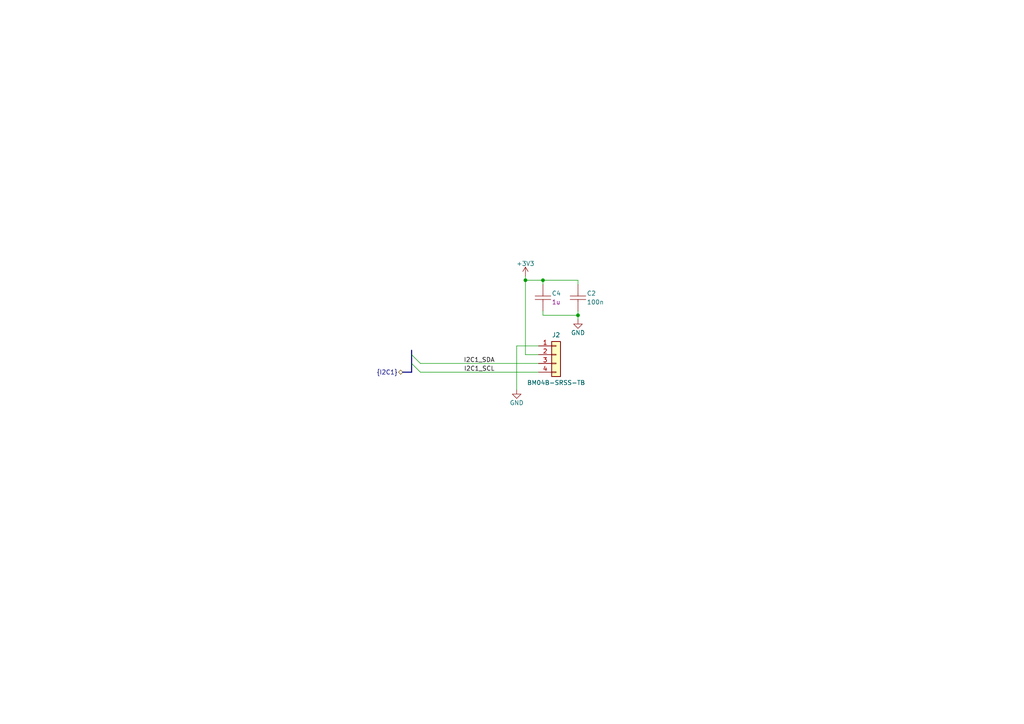
<source format=kicad_sch>
(kicad_sch (version 20231120) (generator "eeschema") (generator_version "8.0")
  (paper "A4")
  (title_block (title "Programmable Keyboard") (date "2024-04-09") (rev "2.1") (company "Kallio Designs Oy") (comment 1 "TL, NH") (comment 3 "PCB_PN"))
  (lib_symbols
    (symbol "KD_Capacitor:C_0603_100n_X7R_50V" (pin_numbers hide) (pin_names hide)
      (property "Reference" "C" (at 2.54 1.27 0))
      (property "Value" "100n" (at 2.54 -1.27 0))
      (symbol "C_0603_100n_X7R_50V_0_1"
        (polyline (pts (xy -2.286 -0.508) (xy 2.286 -0.508)))
        (polyline (pts (xy -2.286 0.508) (xy 2.286 0.508)))
        (polyline (pts (xy 0 -0.508) (xy 0 -1.016)))
        (polyline (pts (xy 0 0.508) (xy 0 1.016)))
      )
      (symbol "C_0603_100n_X7R_50V_1_1"
        (pin passive line (at 0 3.81 270) (length 2.794) (name "~") (number "1"))
        (pin passive line (at 0 -3.81 90) (length 2.794) (name "~") (number "2"))
      )
    )
    (symbol "KD_Capacitor:C_0805_1u_X7R_25V" (pin_numbers hide) (pin_names hide)
      (property "Reference" "C" (at 2.54 1.27 0))
      (property "Code" "1u" (at 2.54 -1.27 0))
      (symbol "C_0805_1u_X7R_25V_0_1"
        (polyline (pts (xy -2.286 -0.508) (xy 2.286 -0.508)))
        (polyline (pts (xy -2.286 0.508) (xy 2.286 0.508)))
        (polyline (pts (xy 0 -0.508) (xy 0 -1.016)))
        (polyline (pts (xy 0 0.508) (xy 0 1.016)))
      )
      (symbol "C_0805_1u_X7R_25V_1_1"
        (pin passive line (at 0 3.81 270) (length 2.794) (name "~") (number "1"))
        (pin passive line (at 0 -3.81 90) (length 2.794) (name "~") (number "2"))
      )
    )
    (symbol "KD_Connector_Rectangular:JST_PH_1X04_S4B-PH-SM4-TB" (pin_names hide)
      (property "Reference" "J" (at 5.08 3.175 0))
      (property "Value" "S4B-PH-SM4-TB" (at 5.08 -10.668 0))
      (symbol "JST_PH_1X04_S4B-PH-SM4-TB_1_1"
        (rectangle (start 3.81 -7.493) (end 5.08 -7.747) (stroke (width 0.1524)))
        (rectangle (start 3.81 -4.953) (end 5.08 -5.207) (stroke (width 0.1524)))
        (rectangle (start 3.81 -2.413) (end 5.08 -2.667) (stroke (width 0.1524)))
        (rectangle (start 3.81 0.127) (end 5.08 -0.127) (stroke (width 0.1524)))
        (rectangle (start 3.81 1.27) (end 6.35 -8.89) (stroke (width 0.254)) (fill (type background)))
        (pin passive line (at 0 0 0) (length 3.81) (name "Pin_1") (number "1"))
        (pin passive line (at 0 -2.54 0) (length 3.81) (name "Pin_2") (number "2"))
        (pin passive line (at 0 -5.08 0) (length 3.81) (name "Pin_3") (number "3"))
        (pin passive line (at 0 -7.62 0) (length 3.81) (name "Pin_4") (number "4"))
      )
    )
    (symbol "power:+3V3" (power) (pin_names (offset 0))
      (property "Value" "+3V3" (at 0 3.556 0))
      (symbol "+3V3_0_1"
        (polyline (pts (xy -0.762 1.27) (xy 0 2.54)))
        (polyline (pts (xy 0 0) (xy 0 2.54)))
        (polyline (pts (xy 0 2.54) (xy 0.762 1.27)))
      )
      (symbol "+3V3_1_1"
        (pin power_in line (at 0 0 90) (length 0) hide (name "+3V3") (number "1"))
      )
    )
    (symbol "power:GND" (power) (pin_names (offset 0))
      (property "Value" "GND" (at 0 -3.81 0))
      (symbol "GND_0_1"
        (polyline (pts (xy 0 0) (xy 0 -1.27) (xy 1.27 -1.27) (xy 0 -2.54) (xy -1.27 -1.27) (xy 0 -1.27)))
      )
      (symbol "GND_1_1"
        (pin power_in line (at 0 0 270) (length 0) hide (name "GND") (number "1"))
      )
    )
  )
  (junction (at 152.4 81.28))
  (junction (at 167.64 91.44))
  (junction (at 157.48 81.28))
  (bus_entry (at 121.92 105.41) (size -2.54 -2.54))
  (bus_entry (at 121.92 107.95) (size -2.54 -2.54))
  (wire (pts (xy 167.64 91.44) (xy 167.64 90.17)))
  (bus (pts (xy 119.38 102.87) (xy 119.38 105.41)))
  (wire (pts (xy 152.4 81.28) (xy 152.4 80.01)))
  (wire (pts (xy 167.64 82.55) (xy 167.64 81.28)))
  (wire (pts (xy 157.48 91.44) (xy 167.64 91.44)))
  (wire (pts (xy 152.4 81.28) (xy 157.48 81.28)))
  (wire (pts (xy 167.64 92.71) (xy 167.64 91.44)))
  (bus (pts (xy 119.38 101.6) (xy 119.38 102.87)))
  (bus (pts (xy 119.38 105.41) (xy 119.38 107.95)))
  (wire (pts (xy 152.4 102.87) (xy 152.4 81.28)))
  (wire (pts (xy 149.86 100.33) (xy 149.86 113.03)))
  (wire (pts (xy 121.92 107.95) (xy 156.21 107.95)))
  (wire (pts (xy 157.48 81.28) (xy 167.64 81.28)))
  (bus (pts (xy 116.84 107.95) (xy 119.38 107.95)))
  (wire (pts (xy 156.21 100.33) (xy 149.86 100.33)))
  (wire (pts (xy 121.92 105.41) (xy 156.21 105.41)))
  (wire (pts (xy 156.21 102.87) (xy 152.4 102.87)))
  (wire (pts (xy 157.48 82.55) (xy 157.48 81.28)))
  (wire (pts (xy 157.48 90.17) (xy 157.48 91.44)))
  (label "I2C1_SCL" (at 143.51 107.95 180))
  (label "I2C1_SDA" (at 143.51 105.41 180))
  (hierarchical_label "{I2C1}" (shape bidirectional) (at 116.84 107.95 180))
  (symbol (lib_id "power:GND") (at 167.64 92.71 0) (mirror y) (unit 1)
    (property "Reference" "#GND04" (effects (hide yes)))
    (property "Value" "GND" (at 167.64 96.52 0))
    (instances (project "000052 RCCON" (path "" (reference "#GND04") (unit 1))) (project "000018 PGKB" (path "" (reference "#GND012") (unit 1))))
  )
  (symbol (lib_id "power:GND") (at 149.86 113.03 0) (mirror y) (unit 1)
    (property "Reference" "#GND04" (effects (hide yes)))
    (property "Value" "GND" (at 149.86 116.84 0))
    (instances (project "000052 RCCON" (path "" (reference "#GND04") (unit 1))) (project "000018 PGKB" (path "" (reference "#GND011") (unit 1))))
  )
  (symbol (lib_id "KD_Connector_Rectangular:JST_PH_1X04_S4B-PH-SM4-TB") (at 156.21 100.33 0) (unit 1)
    (property "Reference" "J2" (at 161.29 97.155 0))
    (property "Value" "BM04B-SRSS-TB" (at 161.29 110.998 0))
    (property "Footprint" "KD_Connector_Rectangular:JST_PH_S4B-PH-SM4-TB_1x04-1MP_P2.00mm_Horizontal" (effects (hide yes)))
    (property "Datasheet" "https://www.jst-mfg.com/product/pdf/eng/ePH.pdf" (effects (hide yes)))
    (property "Manufacturer" "JST Sales America Inc." (effects (hide yes)))
    (property "MFG_PartNo" "S4B-PH-SM4-TB" (effects (hide yes)))
    (property "Supplier" "Digi-Key" (effects (hide yes)))
    (property "Supplier_PartNo" "455-S4B-PH-SM4-TBCT-ND" (effects (hide yes)))
    (property "DNP" "F" (effects (hide yes)))
    (property "Price" "0.7" (effects (hide yes)))
  )
  (symbol (lib_id "KD_Capacitor:C_0805_1u_X7R_25V") (at 157.48 86.36 0) (unit 1)
    (property "Reference" "C4" (at 160.02 85.09 0) (effects (justify left)))
    (property "Value" "1u" (effects (hide yes)))
    (property "Footprint" "KD_Capacitor:CAPC2012X135N" (effects (hide yes)))
    (property "Datasheet" "https://mm.digikey.com/Volume0/opasdata/d220001/medias/docus/1105/CL21B105KAFNNNE_Spec.pdf" (effects (hide yes)))
    (property "Code" "1u" (at 160.02 87.63 0) (effects (justify left)))
    (property "Manufacturer" "Samsung Electro-Mechanics" (effects (hide yes)))
    (property "MFG_PartNo" "CL21B105KAFNNNE" (effects (hide yes)))
    (property "Supplier" "Digi-Key" (effects (hide yes)))
    (property "Supplier_PartNo" "1276-1066-1-ND" (effects (hide yes)))
    (property "DNP" "F" (effects (hide yes)))
    (property "Price" "0.03" (effects (hide yes)))
    (instances (project "000052 RCCON" (path "" (reference "C4") (unit 1))) (project "000018 PGKB" (path "" (reference "C21") (unit 1))))
  )
  (symbol (lib_id "power:+3V3") (at 152.4 80.01 0) (unit 1)
    (property "Reference" "#+3V02" (effects (hide yes)))
    (property "Value" "+3V3" (at 152.4 76.454 0))
    (instances (project "000052 RCCON" (path "" (reference "#+3V02") (unit 1))) (project "000018 PGKB" (path "" (reference "#+3V03") (unit 1))))
  )
  (symbol (lib_id "KD_Capacitor:C_0603_100n_X7R_50V") (at 167.64 86.36 0) (unit 1)
    (property "Reference" "C2" (at 170.18 85.09 0) (effects (justify left)))
    (property "Value" "100n" (at 170.18 87.63 0) (effects (justify left)))
    (property "Footprint" "KD_Capacitor:CAPC1608X90N" (effects (hide yes)))
    (property "Datasheet" "https://mm.digikey.com/Volume0/opasdata/d220001/medias/docus/658/CL10B104KB8NNWC_Spec.pdf" (effects (hide yes)))
    (property "Manufacturer" "Samsung" (effects (hide yes)))
    (property "MFG_PartNo" "CL10B104KB8NNWC" (effects (hide yes)))
    (property "Supplier" "Digi-Key" (effects (hide yes)))
    (property "Supplier_PartNo" "1276-1935-1-ND" (effects (hide yes)))
    (property "DNP" "F" (effects (hide yes)))
    (property "Price" "0.01" (effects (hide yes)))
    (instances (project "000052 RCCON" (path "" (reference "C2") (unit 1))) (project "000018 PGKB" (path "" (reference "C22") (unit 1))))
  )
)
</source>
